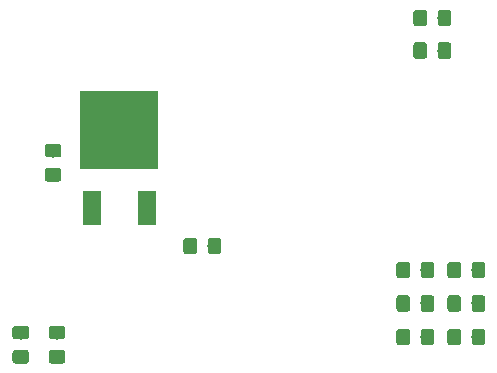
<source format=gtp>
G04 #@! TF.GenerationSoftware,KiCad,Pcbnew,(5.1.2)-2*
G04 #@! TF.CreationDate,2019-09-30T00:10:55+10:00*
G04 #@! TF.ProjectId,Smart_eNERF_Gun,536d6172-745f-4654-9e45-52465f47756e,6.2*
G04 #@! TF.SameCoordinates,Original*
G04 #@! TF.FileFunction,Paste,Top*
G04 #@! TF.FilePolarity,Positive*
%FSLAX46Y46*%
G04 Gerber Fmt 4.6, Leading zero omitted, Abs format (unit mm)*
G04 Created by KiCad (PCBNEW (5.1.2)-2) date 2019-09-30 00:10:55*
%MOMM*%
%LPD*%
G04 APERTURE LIST*
%ADD10R,6.700000X6.700000*%
%ADD11R,1.600000X3.000000*%
%ADD12C,0.100000*%
%ADD13C,1.150000*%
G04 APERTURE END LIST*
D10*
X65100000Y-82000000D03*
D11*
X62800000Y-88650000D03*
X67400000Y-88650000D03*
D12*
G36*
X59974505Y-83201204D02*
G01*
X59998773Y-83204804D01*
X60022572Y-83210765D01*
X60045671Y-83219030D01*
X60067850Y-83229520D01*
X60088893Y-83242132D01*
X60108599Y-83256747D01*
X60126777Y-83273223D01*
X60143253Y-83291401D01*
X60157868Y-83311107D01*
X60170480Y-83332150D01*
X60180970Y-83354329D01*
X60189235Y-83377428D01*
X60195196Y-83401227D01*
X60198796Y-83425495D01*
X60200000Y-83449999D01*
X60200000Y-84100001D01*
X60198796Y-84124505D01*
X60195196Y-84148773D01*
X60189235Y-84172572D01*
X60180970Y-84195671D01*
X60170480Y-84217850D01*
X60157868Y-84238893D01*
X60143253Y-84258599D01*
X60126777Y-84276777D01*
X60108599Y-84293253D01*
X60088893Y-84307868D01*
X60067850Y-84320480D01*
X60045671Y-84330970D01*
X60022572Y-84339235D01*
X59998773Y-84345196D01*
X59974505Y-84348796D01*
X59950001Y-84350000D01*
X59049999Y-84350000D01*
X59025495Y-84348796D01*
X59001227Y-84345196D01*
X58977428Y-84339235D01*
X58954329Y-84330970D01*
X58932150Y-84320480D01*
X58911107Y-84307868D01*
X58891401Y-84293253D01*
X58873223Y-84276777D01*
X58856747Y-84258599D01*
X58842132Y-84238893D01*
X58829520Y-84217850D01*
X58819030Y-84195671D01*
X58810765Y-84172572D01*
X58804804Y-84148773D01*
X58801204Y-84124505D01*
X58800000Y-84100001D01*
X58800000Y-83449999D01*
X58801204Y-83425495D01*
X58804804Y-83401227D01*
X58810765Y-83377428D01*
X58819030Y-83354329D01*
X58829520Y-83332150D01*
X58842132Y-83311107D01*
X58856747Y-83291401D01*
X58873223Y-83273223D01*
X58891401Y-83256747D01*
X58911107Y-83242132D01*
X58932150Y-83229520D01*
X58954329Y-83219030D01*
X58977428Y-83210765D01*
X59001227Y-83204804D01*
X59025495Y-83201204D01*
X59049999Y-83200000D01*
X59950001Y-83200000D01*
X59974505Y-83201204D01*
X59974505Y-83201204D01*
G37*
D13*
X59500000Y-83775000D03*
D12*
G36*
X59974505Y-85251204D02*
G01*
X59998773Y-85254804D01*
X60022572Y-85260765D01*
X60045671Y-85269030D01*
X60067850Y-85279520D01*
X60088893Y-85292132D01*
X60108599Y-85306747D01*
X60126777Y-85323223D01*
X60143253Y-85341401D01*
X60157868Y-85361107D01*
X60170480Y-85382150D01*
X60180970Y-85404329D01*
X60189235Y-85427428D01*
X60195196Y-85451227D01*
X60198796Y-85475495D01*
X60200000Y-85499999D01*
X60200000Y-86150001D01*
X60198796Y-86174505D01*
X60195196Y-86198773D01*
X60189235Y-86222572D01*
X60180970Y-86245671D01*
X60170480Y-86267850D01*
X60157868Y-86288893D01*
X60143253Y-86308599D01*
X60126777Y-86326777D01*
X60108599Y-86343253D01*
X60088893Y-86357868D01*
X60067850Y-86370480D01*
X60045671Y-86380970D01*
X60022572Y-86389235D01*
X59998773Y-86395196D01*
X59974505Y-86398796D01*
X59950001Y-86400000D01*
X59049999Y-86400000D01*
X59025495Y-86398796D01*
X59001227Y-86395196D01*
X58977428Y-86389235D01*
X58954329Y-86380970D01*
X58932150Y-86370480D01*
X58911107Y-86357868D01*
X58891401Y-86343253D01*
X58873223Y-86326777D01*
X58856747Y-86308599D01*
X58842132Y-86288893D01*
X58829520Y-86267850D01*
X58819030Y-86245671D01*
X58810765Y-86222572D01*
X58804804Y-86198773D01*
X58801204Y-86174505D01*
X58800000Y-86150001D01*
X58800000Y-85499999D01*
X58801204Y-85475495D01*
X58804804Y-85451227D01*
X58810765Y-85427428D01*
X58819030Y-85404329D01*
X58829520Y-85382150D01*
X58842132Y-85361107D01*
X58856747Y-85341401D01*
X58873223Y-85323223D01*
X58891401Y-85306747D01*
X58911107Y-85292132D01*
X58932150Y-85279520D01*
X58954329Y-85269030D01*
X58977428Y-85260765D01*
X59001227Y-85254804D01*
X59025495Y-85251204D01*
X59049999Y-85250000D01*
X59950001Y-85250000D01*
X59974505Y-85251204D01*
X59974505Y-85251204D01*
G37*
D13*
X59500000Y-85825000D03*
D12*
G36*
X73504505Y-91151204D02*
G01*
X73528773Y-91154804D01*
X73552572Y-91160765D01*
X73575671Y-91169030D01*
X73597850Y-91179520D01*
X73618893Y-91192132D01*
X73638599Y-91206747D01*
X73656777Y-91223223D01*
X73673253Y-91241401D01*
X73687868Y-91261107D01*
X73700480Y-91282150D01*
X73710970Y-91304329D01*
X73719235Y-91327428D01*
X73725196Y-91351227D01*
X73728796Y-91375495D01*
X73730000Y-91399999D01*
X73730000Y-92300001D01*
X73728796Y-92324505D01*
X73725196Y-92348773D01*
X73719235Y-92372572D01*
X73710970Y-92395671D01*
X73700480Y-92417850D01*
X73687868Y-92438893D01*
X73673253Y-92458599D01*
X73656777Y-92476777D01*
X73638599Y-92493253D01*
X73618893Y-92507868D01*
X73597850Y-92520480D01*
X73575671Y-92530970D01*
X73552572Y-92539235D01*
X73528773Y-92545196D01*
X73504505Y-92548796D01*
X73480001Y-92550000D01*
X72829999Y-92550000D01*
X72805495Y-92548796D01*
X72781227Y-92545196D01*
X72757428Y-92539235D01*
X72734329Y-92530970D01*
X72712150Y-92520480D01*
X72691107Y-92507868D01*
X72671401Y-92493253D01*
X72653223Y-92476777D01*
X72636747Y-92458599D01*
X72622132Y-92438893D01*
X72609520Y-92417850D01*
X72599030Y-92395671D01*
X72590765Y-92372572D01*
X72584804Y-92348773D01*
X72581204Y-92324505D01*
X72580000Y-92300001D01*
X72580000Y-91399999D01*
X72581204Y-91375495D01*
X72584804Y-91351227D01*
X72590765Y-91327428D01*
X72599030Y-91304329D01*
X72609520Y-91282150D01*
X72622132Y-91261107D01*
X72636747Y-91241401D01*
X72653223Y-91223223D01*
X72671401Y-91206747D01*
X72691107Y-91192132D01*
X72712150Y-91179520D01*
X72734329Y-91169030D01*
X72757428Y-91160765D01*
X72781227Y-91154804D01*
X72805495Y-91151204D01*
X72829999Y-91150000D01*
X73480001Y-91150000D01*
X73504505Y-91151204D01*
X73504505Y-91151204D01*
G37*
D13*
X73155000Y-91850000D03*
D12*
G36*
X71454505Y-91151204D02*
G01*
X71478773Y-91154804D01*
X71502572Y-91160765D01*
X71525671Y-91169030D01*
X71547850Y-91179520D01*
X71568893Y-91192132D01*
X71588599Y-91206747D01*
X71606777Y-91223223D01*
X71623253Y-91241401D01*
X71637868Y-91261107D01*
X71650480Y-91282150D01*
X71660970Y-91304329D01*
X71669235Y-91327428D01*
X71675196Y-91351227D01*
X71678796Y-91375495D01*
X71680000Y-91399999D01*
X71680000Y-92300001D01*
X71678796Y-92324505D01*
X71675196Y-92348773D01*
X71669235Y-92372572D01*
X71660970Y-92395671D01*
X71650480Y-92417850D01*
X71637868Y-92438893D01*
X71623253Y-92458599D01*
X71606777Y-92476777D01*
X71588599Y-92493253D01*
X71568893Y-92507868D01*
X71547850Y-92520480D01*
X71525671Y-92530970D01*
X71502572Y-92539235D01*
X71478773Y-92545196D01*
X71454505Y-92548796D01*
X71430001Y-92550000D01*
X70779999Y-92550000D01*
X70755495Y-92548796D01*
X70731227Y-92545196D01*
X70707428Y-92539235D01*
X70684329Y-92530970D01*
X70662150Y-92520480D01*
X70641107Y-92507868D01*
X70621401Y-92493253D01*
X70603223Y-92476777D01*
X70586747Y-92458599D01*
X70572132Y-92438893D01*
X70559520Y-92417850D01*
X70549030Y-92395671D01*
X70540765Y-92372572D01*
X70534804Y-92348773D01*
X70531204Y-92324505D01*
X70530000Y-92300001D01*
X70530000Y-91399999D01*
X70531204Y-91375495D01*
X70534804Y-91351227D01*
X70540765Y-91327428D01*
X70549030Y-91304329D01*
X70559520Y-91282150D01*
X70572132Y-91261107D01*
X70586747Y-91241401D01*
X70603223Y-91223223D01*
X70621401Y-91206747D01*
X70641107Y-91192132D01*
X70662150Y-91179520D01*
X70684329Y-91169030D01*
X70707428Y-91160765D01*
X70731227Y-91154804D01*
X70755495Y-91151204D01*
X70779999Y-91150000D01*
X71430001Y-91150000D01*
X71454505Y-91151204D01*
X71454505Y-91151204D01*
G37*
D13*
X71105000Y-91850000D03*
D12*
G36*
X93804505Y-93181204D02*
G01*
X93828773Y-93184804D01*
X93852572Y-93190765D01*
X93875671Y-93199030D01*
X93897850Y-93209520D01*
X93918893Y-93222132D01*
X93938599Y-93236747D01*
X93956777Y-93253223D01*
X93973253Y-93271401D01*
X93987868Y-93291107D01*
X94000480Y-93312150D01*
X94010970Y-93334329D01*
X94019235Y-93357428D01*
X94025196Y-93381227D01*
X94028796Y-93405495D01*
X94030000Y-93429999D01*
X94030000Y-94330001D01*
X94028796Y-94354505D01*
X94025196Y-94378773D01*
X94019235Y-94402572D01*
X94010970Y-94425671D01*
X94000480Y-94447850D01*
X93987868Y-94468893D01*
X93973253Y-94488599D01*
X93956777Y-94506777D01*
X93938599Y-94523253D01*
X93918893Y-94537868D01*
X93897850Y-94550480D01*
X93875671Y-94560970D01*
X93852572Y-94569235D01*
X93828773Y-94575196D01*
X93804505Y-94578796D01*
X93780001Y-94580000D01*
X93129999Y-94580000D01*
X93105495Y-94578796D01*
X93081227Y-94575196D01*
X93057428Y-94569235D01*
X93034329Y-94560970D01*
X93012150Y-94550480D01*
X92991107Y-94537868D01*
X92971401Y-94523253D01*
X92953223Y-94506777D01*
X92936747Y-94488599D01*
X92922132Y-94468893D01*
X92909520Y-94447850D01*
X92899030Y-94425671D01*
X92890765Y-94402572D01*
X92884804Y-94378773D01*
X92881204Y-94354505D01*
X92880000Y-94330001D01*
X92880000Y-93429999D01*
X92881204Y-93405495D01*
X92884804Y-93381227D01*
X92890765Y-93357428D01*
X92899030Y-93334329D01*
X92909520Y-93312150D01*
X92922132Y-93291107D01*
X92936747Y-93271401D01*
X92953223Y-93253223D01*
X92971401Y-93236747D01*
X92991107Y-93222132D01*
X93012150Y-93209520D01*
X93034329Y-93199030D01*
X93057428Y-93190765D01*
X93081227Y-93184804D01*
X93105495Y-93181204D01*
X93129999Y-93180000D01*
X93780001Y-93180000D01*
X93804505Y-93181204D01*
X93804505Y-93181204D01*
G37*
D13*
X93455000Y-93880000D03*
D12*
G36*
X95854505Y-93181204D02*
G01*
X95878773Y-93184804D01*
X95902572Y-93190765D01*
X95925671Y-93199030D01*
X95947850Y-93209520D01*
X95968893Y-93222132D01*
X95988599Y-93236747D01*
X96006777Y-93253223D01*
X96023253Y-93271401D01*
X96037868Y-93291107D01*
X96050480Y-93312150D01*
X96060970Y-93334329D01*
X96069235Y-93357428D01*
X96075196Y-93381227D01*
X96078796Y-93405495D01*
X96080000Y-93429999D01*
X96080000Y-94330001D01*
X96078796Y-94354505D01*
X96075196Y-94378773D01*
X96069235Y-94402572D01*
X96060970Y-94425671D01*
X96050480Y-94447850D01*
X96037868Y-94468893D01*
X96023253Y-94488599D01*
X96006777Y-94506777D01*
X95988599Y-94523253D01*
X95968893Y-94537868D01*
X95947850Y-94550480D01*
X95925671Y-94560970D01*
X95902572Y-94569235D01*
X95878773Y-94575196D01*
X95854505Y-94578796D01*
X95830001Y-94580000D01*
X95179999Y-94580000D01*
X95155495Y-94578796D01*
X95131227Y-94575196D01*
X95107428Y-94569235D01*
X95084329Y-94560970D01*
X95062150Y-94550480D01*
X95041107Y-94537868D01*
X95021401Y-94523253D01*
X95003223Y-94506777D01*
X94986747Y-94488599D01*
X94972132Y-94468893D01*
X94959520Y-94447850D01*
X94949030Y-94425671D01*
X94940765Y-94402572D01*
X94934804Y-94378773D01*
X94931204Y-94354505D01*
X94930000Y-94330001D01*
X94930000Y-93429999D01*
X94931204Y-93405495D01*
X94934804Y-93381227D01*
X94940765Y-93357428D01*
X94949030Y-93334329D01*
X94959520Y-93312150D01*
X94972132Y-93291107D01*
X94986747Y-93271401D01*
X95003223Y-93253223D01*
X95021401Y-93236747D01*
X95041107Y-93222132D01*
X95062150Y-93209520D01*
X95084329Y-93199030D01*
X95107428Y-93190765D01*
X95131227Y-93184804D01*
X95155495Y-93181204D01*
X95179999Y-93180000D01*
X95830001Y-93180000D01*
X95854505Y-93181204D01*
X95854505Y-93181204D01*
G37*
D13*
X95505000Y-93880000D03*
D12*
G36*
X93804505Y-98861204D02*
G01*
X93828773Y-98864804D01*
X93852572Y-98870765D01*
X93875671Y-98879030D01*
X93897850Y-98889520D01*
X93918893Y-98902132D01*
X93938599Y-98916747D01*
X93956777Y-98933223D01*
X93973253Y-98951401D01*
X93987868Y-98971107D01*
X94000480Y-98992150D01*
X94010970Y-99014329D01*
X94019235Y-99037428D01*
X94025196Y-99061227D01*
X94028796Y-99085495D01*
X94030000Y-99109999D01*
X94030000Y-100010001D01*
X94028796Y-100034505D01*
X94025196Y-100058773D01*
X94019235Y-100082572D01*
X94010970Y-100105671D01*
X94000480Y-100127850D01*
X93987868Y-100148893D01*
X93973253Y-100168599D01*
X93956777Y-100186777D01*
X93938599Y-100203253D01*
X93918893Y-100217868D01*
X93897850Y-100230480D01*
X93875671Y-100240970D01*
X93852572Y-100249235D01*
X93828773Y-100255196D01*
X93804505Y-100258796D01*
X93780001Y-100260000D01*
X93129999Y-100260000D01*
X93105495Y-100258796D01*
X93081227Y-100255196D01*
X93057428Y-100249235D01*
X93034329Y-100240970D01*
X93012150Y-100230480D01*
X92991107Y-100217868D01*
X92971401Y-100203253D01*
X92953223Y-100186777D01*
X92936747Y-100168599D01*
X92922132Y-100148893D01*
X92909520Y-100127850D01*
X92899030Y-100105671D01*
X92890765Y-100082572D01*
X92884804Y-100058773D01*
X92881204Y-100034505D01*
X92880000Y-100010001D01*
X92880000Y-99109999D01*
X92881204Y-99085495D01*
X92884804Y-99061227D01*
X92890765Y-99037428D01*
X92899030Y-99014329D01*
X92909520Y-98992150D01*
X92922132Y-98971107D01*
X92936747Y-98951401D01*
X92953223Y-98933223D01*
X92971401Y-98916747D01*
X92991107Y-98902132D01*
X93012150Y-98889520D01*
X93034329Y-98879030D01*
X93057428Y-98870765D01*
X93081227Y-98864804D01*
X93105495Y-98861204D01*
X93129999Y-98860000D01*
X93780001Y-98860000D01*
X93804505Y-98861204D01*
X93804505Y-98861204D01*
G37*
D13*
X93455000Y-99560000D03*
D12*
G36*
X95854505Y-98861204D02*
G01*
X95878773Y-98864804D01*
X95902572Y-98870765D01*
X95925671Y-98879030D01*
X95947850Y-98889520D01*
X95968893Y-98902132D01*
X95988599Y-98916747D01*
X96006777Y-98933223D01*
X96023253Y-98951401D01*
X96037868Y-98971107D01*
X96050480Y-98992150D01*
X96060970Y-99014329D01*
X96069235Y-99037428D01*
X96075196Y-99061227D01*
X96078796Y-99085495D01*
X96080000Y-99109999D01*
X96080000Y-100010001D01*
X96078796Y-100034505D01*
X96075196Y-100058773D01*
X96069235Y-100082572D01*
X96060970Y-100105671D01*
X96050480Y-100127850D01*
X96037868Y-100148893D01*
X96023253Y-100168599D01*
X96006777Y-100186777D01*
X95988599Y-100203253D01*
X95968893Y-100217868D01*
X95947850Y-100230480D01*
X95925671Y-100240970D01*
X95902572Y-100249235D01*
X95878773Y-100255196D01*
X95854505Y-100258796D01*
X95830001Y-100260000D01*
X95179999Y-100260000D01*
X95155495Y-100258796D01*
X95131227Y-100255196D01*
X95107428Y-100249235D01*
X95084329Y-100240970D01*
X95062150Y-100230480D01*
X95041107Y-100217868D01*
X95021401Y-100203253D01*
X95003223Y-100186777D01*
X94986747Y-100168599D01*
X94972132Y-100148893D01*
X94959520Y-100127850D01*
X94949030Y-100105671D01*
X94940765Y-100082572D01*
X94934804Y-100058773D01*
X94931204Y-100034505D01*
X94930000Y-100010001D01*
X94930000Y-99109999D01*
X94931204Y-99085495D01*
X94934804Y-99061227D01*
X94940765Y-99037428D01*
X94949030Y-99014329D01*
X94959520Y-98992150D01*
X94972132Y-98971107D01*
X94986747Y-98951401D01*
X95003223Y-98933223D01*
X95021401Y-98916747D01*
X95041107Y-98902132D01*
X95062150Y-98889520D01*
X95084329Y-98879030D01*
X95107428Y-98870765D01*
X95131227Y-98864804D01*
X95155495Y-98861204D01*
X95179999Y-98860000D01*
X95830001Y-98860000D01*
X95854505Y-98861204D01*
X95854505Y-98861204D01*
G37*
D13*
X95505000Y-99560000D03*
D12*
G36*
X93804505Y-96021204D02*
G01*
X93828773Y-96024804D01*
X93852572Y-96030765D01*
X93875671Y-96039030D01*
X93897850Y-96049520D01*
X93918893Y-96062132D01*
X93938599Y-96076747D01*
X93956777Y-96093223D01*
X93973253Y-96111401D01*
X93987868Y-96131107D01*
X94000480Y-96152150D01*
X94010970Y-96174329D01*
X94019235Y-96197428D01*
X94025196Y-96221227D01*
X94028796Y-96245495D01*
X94030000Y-96269999D01*
X94030000Y-97170001D01*
X94028796Y-97194505D01*
X94025196Y-97218773D01*
X94019235Y-97242572D01*
X94010970Y-97265671D01*
X94000480Y-97287850D01*
X93987868Y-97308893D01*
X93973253Y-97328599D01*
X93956777Y-97346777D01*
X93938599Y-97363253D01*
X93918893Y-97377868D01*
X93897850Y-97390480D01*
X93875671Y-97400970D01*
X93852572Y-97409235D01*
X93828773Y-97415196D01*
X93804505Y-97418796D01*
X93780001Y-97420000D01*
X93129999Y-97420000D01*
X93105495Y-97418796D01*
X93081227Y-97415196D01*
X93057428Y-97409235D01*
X93034329Y-97400970D01*
X93012150Y-97390480D01*
X92991107Y-97377868D01*
X92971401Y-97363253D01*
X92953223Y-97346777D01*
X92936747Y-97328599D01*
X92922132Y-97308893D01*
X92909520Y-97287850D01*
X92899030Y-97265671D01*
X92890765Y-97242572D01*
X92884804Y-97218773D01*
X92881204Y-97194505D01*
X92880000Y-97170001D01*
X92880000Y-96269999D01*
X92881204Y-96245495D01*
X92884804Y-96221227D01*
X92890765Y-96197428D01*
X92899030Y-96174329D01*
X92909520Y-96152150D01*
X92922132Y-96131107D01*
X92936747Y-96111401D01*
X92953223Y-96093223D01*
X92971401Y-96076747D01*
X92991107Y-96062132D01*
X93012150Y-96049520D01*
X93034329Y-96039030D01*
X93057428Y-96030765D01*
X93081227Y-96024804D01*
X93105495Y-96021204D01*
X93129999Y-96020000D01*
X93780001Y-96020000D01*
X93804505Y-96021204D01*
X93804505Y-96021204D01*
G37*
D13*
X93455000Y-96720000D03*
D12*
G36*
X95854505Y-96021204D02*
G01*
X95878773Y-96024804D01*
X95902572Y-96030765D01*
X95925671Y-96039030D01*
X95947850Y-96049520D01*
X95968893Y-96062132D01*
X95988599Y-96076747D01*
X96006777Y-96093223D01*
X96023253Y-96111401D01*
X96037868Y-96131107D01*
X96050480Y-96152150D01*
X96060970Y-96174329D01*
X96069235Y-96197428D01*
X96075196Y-96221227D01*
X96078796Y-96245495D01*
X96080000Y-96269999D01*
X96080000Y-97170001D01*
X96078796Y-97194505D01*
X96075196Y-97218773D01*
X96069235Y-97242572D01*
X96060970Y-97265671D01*
X96050480Y-97287850D01*
X96037868Y-97308893D01*
X96023253Y-97328599D01*
X96006777Y-97346777D01*
X95988599Y-97363253D01*
X95968893Y-97377868D01*
X95947850Y-97390480D01*
X95925671Y-97400970D01*
X95902572Y-97409235D01*
X95878773Y-97415196D01*
X95854505Y-97418796D01*
X95830001Y-97420000D01*
X95179999Y-97420000D01*
X95155495Y-97418796D01*
X95131227Y-97415196D01*
X95107428Y-97409235D01*
X95084329Y-97400970D01*
X95062150Y-97390480D01*
X95041107Y-97377868D01*
X95021401Y-97363253D01*
X95003223Y-97346777D01*
X94986747Y-97328599D01*
X94972132Y-97308893D01*
X94959520Y-97287850D01*
X94949030Y-97265671D01*
X94940765Y-97242572D01*
X94934804Y-97218773D01*
X94931204Y-97194505D01*
X94930000Y-97170001D01*
X94930000Y-96269999D01*
X94931204Y-96245495D01*
X94934804Y-96221227D01*
X94940765Y-96197428D01*
X94949030Y-96174329D01*
X94959520Y-96152150D01*
X94972132Y-96131107D01*
X94986747Y-96111401D01*
X95003223Y-96093223D01*
X95021401Y-96076747D01*
X95041107Y-96062132D01*
X95062150Y-96049520D01*
X95084329Y-96039030D01*
X95107428Y-96030765D01*
X95131227Y-96024804D01*
X95155495Y-96021204D01*
X95179999Y-96020000D01*
X95830001Y-96020000D01*
X95854505Y-96021204D01*
X95854505Y-96021204D01*
G37*
D13*
X95505000Y-96720000D03*
D12*
G36*
X89486505Y-93181204D02*
G01*
X89510773Y-93184804D01*
X89534572Y-93190765D01*
X89557671Y-93199030D01*
X89579850Y-93209520D01*
X89600893Y-93222132D01*
X89620599Y-93236747D01*
X89638777Y-93253223D01*
X89655253Y-93271401D01*
X89669868Y-93291107D01*
X89682480Y-93312150D01*
X89692970Y-93334329D01*
X89701235Y-93357428D01*
X89707196Y-93381227D01*
X89710796Y-93405495D01*
X89712000Y-93429999D01*
X89712000Y-94330001D01*
X89710796Y-94354505D01*
X89707196Y-94378773D01*
X89701235Y-94402572D01*
X89692970Y-94425671D01*
X89682480Y-94447850D01*
X89669868Y-94468893D01*
X89655253Y-94488599D01*
X89638777Y-94506777D01*
X89620599Y-94523253D01*
X89600893Y-94537868D01*
X89579850Y-94550480D01*
X89557671Y-94560970D01*
X89534572Y-94569235D01*
X89510773Y-94575196D01*
X89486505Y-94578796D01*
X89462001Y-94580000D01*
X88811999Y-94580000D01*
X88787495Y-94578796D01*
X88763227Y-94575196D01*
X88739428Y-94569235D01*
X88716329Y-94560970D01*
X88694150Y-94550480D01*
X88673107Y-94537868D01*
X88653401Y-94523253D01*
X88635223Y-94506777D01*
X88618747Y-94488599D01*
X88604132Y-94468893D01*
X88591520Y-94447850D01*
X88581030Y-94425671D01*
X88572765Y-94402572D01*
X88566804Y-94378773D01*
X88563204Y-94354505D01*
X88562000Y-94330001D01*
X88562000Y-93429999D01*
X88563204Y-93405495D01*
X88566804Y-93381227D01*
X88572765Y-93357428D01*
X88581030Y-93334329D01*
X88591520Y-93312150D01*
X88604132Y-93291107D01*
X88618747Y-93271401D01*
X88635223Y-93253223D01*
X88653401Y-93236747D01*
X88673107Y-93222132D01*
X88694150Y-93209520D01*
X88716329Y-93199030D01*
X88739428Y-93190765D01*
X88763227Y-93184804D01*
X88787495Y-93181204D01*
X88811999Y-93180000D01*
X89462001Y-93180000D01*
X89486505Y-93181204D01*
X89486505Y-93181204D01*
G37*
D13*
X89137000Y-93880000D03*
D12*
G36*
X91536505Y-93181204D02*
G01*
X91560773Y-93184804D01*
X91584572Y-93190765D01*
X91607671Y-93199030D01*
X91629850Y-93209520D01*
X91650893Y-93222132D01*
X91670599Y-93236747D01*
X91688777Y-93253223D01*
X91705253Y-93271401D01*
X91719868Y-93291107D01*
X91732480Y-93312150D01*
X91742970Y-93334329D01*
X91751235Y-93357428D01*
X91757196Y-93381227D01*
X91760796Y-93405495D01*
X91762000Y-93429999D01*
X91762000Y-94330001D01*
X91760796Y-94354505D01*
X91757196Y-94378773D01*
X91751235Y-94402572D01*
X91742970Y-94425671D01*
X91732480Y-94447850D01*
X91719868Y-94468893D01*
X91705253Y-94488599D01*
X91688777Y-94506777D01*
X91670599Y-94523253D01*
X91650893Y-94537868D01*
X91629850Y-94550480D01*
X91607671Y-94560970D01*
X91584572Y-94569235D01*
X91560773Y-94575196D01*
X91536505Y-94578796D01*
X91512001Y-94580000D01*
X90861999Y-94580000D01*
X90837495Y-94578796D01*
X90813227Y-94575196D01*
X90789428Y-94569235D01*
X90766329Y-94560970D01*
X90744150Y-94550480D01*
X90723107Y-94537868D01*
X90703401Y-94523253D01*
X90685223Y-94506777D01*
X90668747Y-94488599D01*
X90654132Y-94468893D01*
X90641520Y-94447850D01*
X90631030Y-94425671D01*
X90622765Y-94402572D01*
X90616804Y-94378773D01*
X90613204Y-94354505D01*
X90612000Y-94330001D01*
X90612000Y-93429999D01*
X90613204Y-93405495D01*
X90616804Y-93381227D01*
X90622765Y-93357428D01*
X90631030Y-93334329D01*
X90641520Y-93312150D01*
X90654132Y-93291107D01*
X90668747Y-93271401D01*
X90685223Y-93253223D01*
X90703401Y-93236747D01*
X90723107Y-93222132D01*
X90744150Y-93209520D01*
X90766329Y-93199030D01*
X90789428Y-93190765D01*
X90813227Y-93184804D01*
X90837495Y-93181204D01*
X90861999Y-93180000D01*
X91512001Y-93180000D01*
X91536505Y-93181204D01*
X91536505Y-93181204D01*
G37*
D13*
X91187000Y-93880000D03*
D12*
G36*
X89486505Y-98861204D02*
G01*
X89510773Y-98864804D01*
X89534572Y-98870765D01*
X89557671Y-98879030D01*
X89579850Y-98889520D01*
X89600893Y-98902132D01*
X89620599Y-98916747D01*
X89638777Y-98933223D01*
X89655253Y-98951401D01*
X89669868Y-98971107D01*
X89682480Y-98992150D01*
X89692970Y-99014329D01*
X89701235Y-99037428D01*
X89707196Y-99061227D01*
X89710796Y-99085495D01*
X89712000Y-99109999D01*
X89712000Y-100010001D01*
X89710796Y-100034505D01*
X89707196Y-100058773D01*
X89701235Y-100082572D01*
X89692970Y-100105671D01*
X89682480Y-100127850D01*
X89669868Y-100148893D01*
X89655253Y-100168599D01*
X89638777Y-100186777D01*
X89620599Y-100203253D01*
X89600893Y-100217868D01*
X89579850Y-100230480D01*
X89557671Y-100240970D01*
X89534572Y-100249235D01*
X89510773Y-100255196D01*
X89486505Y-100258796D01*
X89462001Y-100260000D01*
X88811999Y-100260000D01*
X88787495Y-100258796D01*
X88763227Y-100255196D01*
X88739428Y-100249235D01*
X88716329Y-100240970D01*
X88694150Y-100230480D01*
X88673107Y-100217868D01*
X88653401Y-100203253D01*
X88635223Y-100186777D01*
X88618747Y-100168599D01*
X88604132Y-100148893D01*
X88591520Y-100127850D01*
X88581030Y-100105671D01*
X88572765Y-100082572D01*
X88566804Y-100058773D01*
X88563204Y-100034505D01*
X88562000Y-100010001D01*
X88562000Y-99109999D01*
X88563204Y-99085495D01*
X88566804Y-99061227D01*
X88572765Y-99037428D01*
X88581030Y-99014329D01*
X88591520Y-98992150D01*
X88604132Y-98971107D01*
X88618747Y-98951401D01*
X88635223Y-98933223D01*
X88653401Y-98916747D01*
X88673107Y-98902132D01*
X88694150Y-98889520D01*
X88716329Y-98879030D01*
X88739428Y-98870765D01*
X88763227Y-98864804D01*
X88787495Y-98861204D01*
X88811999Y-98860000D01*
X89462001Y-98860000D01*
X89486505Y-98861204D01*
X89486505Y-98861204D01*
G37*
D13*
X89137000Y-99560000D03*
D12*
G36*
X91536505Y-98861204D02*
G01*
X91560773Y-98864804D01*
X91584572Y-98870765D01*
X91607671Y-98879030D01*
X91629850Y-98889520D01*
X91650893Y-98902132D01*
X91670599Y-98916747D01*
X91688777Y-98933223D01*
X91705253Y-98951401D01*
X91719868Y-98971107D01*
X91732480Y-98992150D01*
X91742970Y-99014329D01*
X91751235Y-99037428D01*
X91757196Y-99061227D01*
X91760796Y-99085495D01*
X91762000Y-99109999D01*
X91762000Y-100010001D01*
X91760796Y-100034505D01*
X91757196Y-100058773D01*
X91751235Y-100082572D01*
X91742970Y-100105671D01*
X91732480Y-100127850D01*
X91719868Y-100148893D01*
X91705253Y-100168599D01*
X91688777Y-100186777D01*
X91670599Y-100203253D01*
X91650893Y-100217868D01*
X91629850Y-100230480D01*
X91607671Y-100240970D01*
X91584572Y-100249235D01*
X91560773Y-100255196D01*
X91536505Y-100258796D01*
X91512001Y-100260000D01*
X90861999Y-100260000D01*
X90837495Y-100258796D01*
X90813227Y-100255196D01*
X90789428Y-100249235D01*
X90766329Y-100240970D01*
X90744150Y-100230480D01*
X90723107Y-100217868D01*
X90703401Y-100203253D01*
X90685223Y-100186777D01*
X90668747Y-100168599D01*
X90654132Y-100148893D01*
X90641520Y-100127850D01*
X90631030Y-100105671D01*
X90622765Y-100082572D01*
X90616804Y-100058773D01*
X90613204Y-100034505D01*
X90612000Y-100010001D01*
X90612000Y-99109999D01*
X90613204Y-99085495D01*
X90616804Y-99061227D01*
X90622765Y-99037428D01*
X90631030Y-99014329D01*
X90641520Y-98992150D01*
X90654132Y-98971107D01*
X90668747Y-98951401D01*
X90685223Y-98933223D01*
X90703401Y-98916747D01*
X90723107Y-98902132D01*
X90744150Y-98889520D01*
X90766329Y-98879030D01*
X90789428Y-98870765D01*
X90813227Y-98864804D01*
X90837495Y-98861204D01*
X90861999Y-98860000D01*
X91512001Y-98860000D01*
X91536505Y-98861204D01*
X91536505Y-98861204D01*
G37*
D13*
X91187000Y-99560000D03*
D12*
G36*
X89486505Y-96021204D02*
G01*
X89510773Y-96024804D01*
X89534572Y-96030765D01*
X89557671Y-96039030D01*
X89579850Y-96049520D01*
X89600893Y-96062132D01*
X89620599Y-96076747D01*
X89638777Y-96093223D01*
X89655253Y-96111401D01*
X89669868Y-96131107D01*
X89682480Y-96152150D01*
X89692970Y-96174329D01*
X89701235Y-96197428D01*
X89707196Y-96221227D01*
X89710796Y-96245495D01*
X89712000Y-96269999D01*
X89712000Y-97170001D01*
X89710796Y-97194505D01*
X89707196Y-97218773D01*
X89701235Y-97242572D01*
X89692970Y-97265671D01*
X89682480Y-97287850D01*
X89669868Y-97308893D01*
X89655253Y-97328599D01*
X89638777Y-97346777D01*
X89620599Y-97363253D01*
X89600893Y-97377868D01*
X89579850Y-97390480D01*
X89557671Y-97400970D01*
X89534572Y-97409235D01*
X89510773Y-97415196D01*
X89486505Y-97418796D01*
X89462001Y-97420000D01*
X88811999Y-97420000D01*
X88787495Y-97418796D01*
X88763227Y-97415196D01*
X88739428Y-97409235D01*
X88716329Y-97400970D01*
X88694150Y-97390480D01*
X88673107Y-97377868D01*
X88653401Y-97363253D01*
X88635223Y-97346777D01*
X88618747Y-97328599D01*
X88604132Y-97308893D01*
X88591520Y-97287850D01*
X88581030Y-97265671D01*
X88572765Y-97242572D01*
X88566804Y-97218773D01*
X88563204Y-97194505D01*
X88562000Y-97170001D01*
X88562000Y-96269999D01*
X88563204Y-96245495D01*
X88566804Y-96221227D01*
X88572765Y-96197428D01*
X88581030Y-96174329D01*
X88591520Y-96152150D01*
X88604132Y-96131107D01*
X88618747Y-96111401D01*
X88635223Y-96093223D01*
X88653401Y-96076747D01*
X88673107Y-96062132D01*
X88694150Y-96049520D01*
X88716329Y-96039030D01*
X88739428Y-96030765D01*
X88763227Y-96024804D01*
X88787495Y-96021204D01*
X88811999Y-96020000D01*
X89462001Y-96020000D01*
X89486505Y-96021204D01*
X89486505Y-96021204D01*
G37*
D13*
X89137000Y-96720000D03*
D12*
G36*
X91536505Y-96021204D02*
G01*
X91560773Y-96024804D01*
X91584572Y-96030765D01*
X91607671Y-96039030D01*
X91629850Y-96049520D01*
X91650893Y-96062132D01*
X91670599Y-96076747D01*
X91688777Y-96093223D01*
X91705253Y-96111401D01*
X91719868Y-96131107D01*
X91732480Y-96152150D01*
X91742970Y-96174329D01*
X91751235Y-96197428D01*
X91757196Y-96221227D01*
X91760796Y-96245495D01*
X91762000Y-96269999D01*
X91762000Y-97170001D01*
X91760796Y-97194505D01*
X91757196Y-97218773D01*
X91751235Y-97242572D01*
X91742970Y-97265671D01*
X91732480Y-97287850D01*
X91719868Y-97308893D01*
X91705253Y-97328599D01*
X91688777Y-97346777D01*
X91670599Y-97363253D01*
X91650893Y-97377868D01*
X91629850Y-97390480D01*
X91607671Y-97400970D01*
X91584572Y-97409235D01*
X91560773Y-97415196D01*
X91536505Y-97418796D01*
X91512001Y-97420000D01*
X90861999Y-97420000D01*
X90837495Y-97418796D01*
X90813227Y-97415196D01*
X90789428Y-97409235D01*
X90766329Y-97400970D01*
X90744150Y-97390480D01*
X90723107Y-97377868D01*
X90703401Y-97363253D01*
X90685223Y-97346777D01*
X90668747Y-97328599D01*
X90654132Y-97308893D01*
X90641520Y-97287850D01*
X90631030Y-97265671D01*
X90622765Y-97242572D01*
X90616804Y-97218773D01*
X90613204Y-97194505D01*
X90612000Y-97170001D01*
X90612000Y-96269999D01*
X90613204Y-96245495D01*
X90616804Y-96221227D01*
X90622765Y-96197428D01*
X90631030Y-96174329D01*
X90641520Y-96152150D01*
X90654132Y-96131107D01*
X90668747Y-96111401D01*
X90685223Y-96093223D01*
X90703401Y-96076747D01*
X90723107Y-96062132D01*
X90744150Y-96049520D01*
X90766329Y-96039030D01*
X90789428Y-96030765D01*
X90813227Y-96024804D01*
X90837495Y-96021204D01*
X90861999Y-96020000D01*
X91512001Y-96020000D01*
X91536505Y-96021204D01*
X91536505Y-96021204D01*
G37*
D13*
X91187000Y-96720000D03*
D12*
G36*
X60291505Y-100654204D02*
G01*
X60315773Y-100657804D01*
X60339572Y-100663765D01*
X60362671Y-100672030D01*
X60384850Y-100682520D01*
X60405893Y-100695132D01*
X60425599Y-100709747D01*
X60443777Y-100726223D01*
X60460253Y-100744401D01*
X60474868Y-100764107D01*
X60487480Y-100785150D01*
X60497970Y-100807329D01*
X60506235Y-100830428D01*
X60512196Y-100854227D01*
X60515796Y-100878495D01*
X60517000Y-100902999D01*
X60517000Y-101553001D01*
X60515796Y-101577505D01*
X60512196Y-101601773D01*
X60506235Y-101625572D01*
X60497970Y-101648671D01*
X60487480Y-101670850D01*
X60474868Y-101691893D01*
X60460253Y-101711599D01*
X60443777Y-101729777D01*
X60425599Y-101746253D01*
X60405893Y-101760868D01*
X60384850Y-101773480D01*
X60362671Y-101783970D01*
X60339572Y-101792235D01*
X60315773Y-101798196D01*
X60291505Y-101801796D01*
X60267001Y-101803000D01*
X59366999Y-101803000D01*
X59342495Y-101801796D01*
X59318227Y-101798196D01*
X59294428Y-101792235D01*
X59271329Y-101783970D01*
X59249150Y-101773480D01*
X59228107Y-101760868D01*
X59208401Y-101746253D01*
X59190223Y-101729777D01*
X59173747Y-101711599D01*
X59159132Y-101691893D01*
X59146520Y-101670850D01*
X59136030Y-101648671D01*
X59127765Y-101625572D01*
X59121804Y-101601773D01*
X59118204Y-101577505D01*
X59117000Y-101553001D01*
X59117000Y-100902999D01*
X59118204Y-100878495D01*
X59121804Y-100854227D01*
X59127765Y-100830428D01*
X59136030Y-100807329D01*
X59146520Y-100785150D01*
X59159132Y-100764107D01*
X59173747Y-100744401D01*
X59190223Y-100726223D01*
X59208401Y-100709747D01*
X59228107Y-100695132D01*
X59249150Y-100682520D01*
X59271329Y-100672030D01*
X59294428Y-100663765D01*
X59318227Y-100657804D01*
X59342495Y-100654204D01*
X59366999Y-100653000D01*
X60267001Y-100653000D01*
X60291505Y-100654204D01*
X60291505Y-100654204D01*
G37*
D13*
X59817000Y-101228000D03*
D12*
G36*
X60291505Y-98604204D02*
G01*
X60315773Y-98607804D01*
X60339572Y-98613765D01*
X60362671Y-98622030D01*
X60384850Y-98632520D01*
X60405893Y-98645132D01*
X60425599Y-98659747D01*
X60443777Y-98676223D01*
X60460253Y-98694401D01*
X60474868Y-98714107D01*
X60487480Y-98735150D01*
X60497970Y-98757329D01*
X60506235Y-98780428D01*
X60512196Y-98804227D01*
X60515796Y-98828495D01*
X60517000Y-98852999D01*
X60517000Y-99503001D01*
X60515796Y-99527505D01*
X60512196Y-99551773D01*
X60506235Y-99575572D01*
X60497970Y-99598671D01*
X60487480Y-99620850D01*
X60474868Y-99641893D01*
X60460253Y-99661599D01*
X60443777Y-99679777D01*
X60425599Y-99696253D01*
X60405893Y-99710868D01*
X60384850Y-99723480D01*
X60362671Y-99733970D01*
X60339572Y-99742235D01*
X60315773Y-99748196D01*
X60291505Y-99751796D01*
X60267001Y-99753000D01*
X59366999Y-99753000D01*
X59342495Y-99751796D01*
X59318227Y-99748196D01*
X59294428Y-99742235D01*
X59271329Y-99733970D01*
X59249150Y-99723480D01*
X59228107Y-99710868D01*
X59208401Y-99696253D01*
X59190223Y-99679777D01*
X59173747Y-99661599D01*
X59159132Y-99641893D01*
X59146520Y-99620850D01*
X59136030Y-99598671D01*
X59127765Y-99575572D01*
X59121804Y-99551773D01*
X59118204Y-99527505D01*
X59117000Y-99503001D01*
X59117000Y-98852999D01*
X59118204Y-98828495D01*
X59121804Y-98804227D01*
X59127765Y-98780428D01*
X59136030Y-98757329D01*
X59146520Y-98735150D01*
X59159132Y-98714107D01*
X59173747Y-98694401D01*
X59190223Y-98676223D01*
X59208401Y-98659747D01*
X59228107Y-98645132D01*
X59249150Y-98632520D01*
X59271329Y-98622030D01*
X59294428Y-98613765D01*
X59318227Y-98607804D01*
X59342495Y-98604204D01*
X59366999Y-98603000D01*
X60267001Y-98603000D01*
X60291505Y-98604204D01*
X60291505Y-98604204D01*
G37*
D13*
X59817000Y-99178000D03*
D12*
G36*
X57224505Y-100654204D02*
G01*
X57248773Y-100657804D01*
X57272572Y-100663765D01*
X57295671Y-100672030D01*
X57317850Y-100682520D01*
X57338893Y-100695132D01*
X57358599Y-100709747D01*
X57376777Y-100726223D01*
X57393253Y-100744401D01*
X57407868Y-100764107D01*
X57420480Y-100785150D01*
X57430970Y-100807329D01*
X57439235Y-100830428D01*
X57445196Y-100854227D01*
X57448796Y-100878495D01*
X57450000Y-100902999D01*
X57450000Y-101553001D01*
X57448796Y-101577505D01*
X57445196Y-101601773D01*
X57439235Y-101625572D01*
X57430970Y-101648671D01*
X57420480Y-101670850D01*
X57407868Y-101691893D01*
X57393253Y-101711599D01*
X57376777Y-101729777D01*
X57358599Y-101746253D01*
X57338893Y-101760868D01*
X57317850Y-101773480D01*
X57295671Y-101783970D01*
X57272572Y-101792235D01*
X57248773Y-101798196D01*
X57224505Y-101801796D01*
X57200001Y-101803000D01*
X56299999Y-101803000D01*
X56275495Y-101801796D01*
X56251227Y-101798196D01*
X56227428Y-101792235D01*
X56204329Y-101783970D01*
X56182150Y-101773480D01*
X56161107Y-101760868D01*
X56141401Y-101746253D01*
X56123223Y-101729777D01*
X56106747Y-101711599D01*
X56092132Y-101691893D01*
X56079520Y-101670850D01*
X56069030Y-101648671D01*
X56060765Y-101625572D01*
X56054804Y-101601773D01*
X56051204Y-101577505D01*
X56050000Y-101553001D01*
X56050000Y-100902999D01*
X56051204Y-100878495D01*
X56054804Y-100854227D01*
X56060765Y-100830428D01*
X56069030Y-100807329D01*
X56079520Y-100785150D01*
X56092132Y-100764107D01*
X56106747Y-100744401D01*
X56123223Y-100726223D01*
X56141401Y-100709747D01*
X56161107Y-100695132D01*
X56182150Y-100682520D01*
X56204329Y-100672030D01*
X56227428Y-100663765D01*
X56251227Y-100657804D01*
X56275495Y-100654204D01*
X56299999Y-100653000D01*
X57200001Y-100653000D01*
X57224505Y-100654204D01*
X57224505Y-100654204D01*
G37*
D13*
X56750000Y-101228000D03*
D12*
G36*
X57224505Y-98604204D02*
G01*
X57248773Y-98607804D01*
X57272572Y-98613765D01*
X57295671Y-98622030D01*
X57317850Y-98632520D01*
X57338893Y-98645132D01*
X57358599Y-98659747D01*
X57376777Y-98676223D01*
X57393253Y-98694401D01*
X57407868Y-98714107D01*
X57420480Y-98735150D01*
X57430970Y-98757329D01*
X57439235Y-98780428D01*
X57445196Y-98804227D01*
X57448796Y-98828495D01*
X57450000Y-98852999D01*
X57450000Y-99503001D01*
X57448796Y-99527505D01*
X57445196Y-99551773D01*
X57439235Y-99575572D01*
X57430970Y-99598671D01*
X57420480Y-99620850D01*
X57407868Y-99641893D01*
X57393253Y-99661599D01*
X57376777Y-99679777D01*
X57358599Y-99696253D01*
X57338893Y-99710868D01*
X57317850Y-99723480D01*
X57295671Y-99733970D01*
X57272572Y-99742235D01*
X57248773Y-99748196D01*
X57224505Y-99751796D01*
X57200001Y-99753000D01*
X56299999Y-99753000D01*
X56275495Y-99751796D01*
X56251227Y-99748196D01*
X56227428Y-99742235D01*
X56204329Y-99733970D01*
X56182150Y-99723480D01*
X56161107Y-99710868D01*
X56141401Y-99696253D01*
X56123223Y-99679777D01*
X56106747Y-99661599D01*
X56092132Y-99641893D01*
X56079520Y-99620850D01*
X56069030Y-99598671D01*
X56060765Y-99575572D01*
X56054804Y-99551773D01*
X56051204Y-99527505D01*
X56050000Y-99503001D01*
X56050000Y-98852999D01*
X56051204Y-98828495D01*
X56054804Y-98804227D01*
X56060765Y-98780428D01*
X56069030Y-98757329D01*
X56079520Y-98735150D01*
X56092132Y-98714107D01*
X56106747Y-98694401D01*
X56123223Y-98676223D01*
X56141401Y-98659747D01*
X56161107Y-98645132D01*
X56182150Y-98632520D01*
X56204329Y-98622030D01*
X56227428Y-98613765D01*
X56251227Y-98607804D01*
X56275495Y-98604204D01*
X56299999Y-98603000D01*
X57200001Y-98603000D01*
X57224505Y-98604204D01*
X57224505Y-98604204D01*
G37*
D13*
X56750000Y-99178000D03*
D12*
G36*
X90924505Y-71851204D02*
G01*
X90948773Y-71854804D01*
X90972572Y-71860765D01*
X90995671Y-71869030D01*
X91017850Y-71879520D01*
X91038893Y-71892132D01*
X91058599Y-71906747D01*
X91076777Y-71923223D01*
X91093253Y-71941401D01*
X91107868Y-71961107D01*
X91120480Y-71982150D01*
X91130970Y-72004329D01*
X91139235Y-72027428D01*
X91145196Y-72051227D01*
X91148796Y-72075495D01*
X91150000Y-72099999D01*
X91150000Y-73000001D01*
X91148796Y-73024505D01*
X91145196Y-73048773D01*
X91139235Y-73072572D01*
X91130970Y-73095671D01*
X91120480Y-73117850D01*
X91107868Y-73138893D01*
X91093253Y-73158599D01*
X91076777Y-73176777D01*
X91058599Y-73193253D01*
X91038893Y-73207868D01*
X91017850Y-73220480D01*
X90995671Y-73230970D01*
X90972572Y-73239235D01*
X90948773Y-73245196D01*
X90924505Y-73248796D01*
X90900001Y-73250000D01*
X90249999Y-73250000D01*
X90225495Y-73248796D01*
X90201227Y-73245196D01*
X90177428Y-73239235D01*
X90154329Y-73230970D01*
X90132150Y-73220480D01*
X90111107Y-73207868D01*
X90091401Y-73193253D01*
X90073223Y-73176777D01*
X90056747Y-73158599D01*
X90042132Y-73138893D01*
X90029520Y-73117850D01*
X90019030Y-73095671D01*
X90010765Y-73072572D01*
X90004804Y-73048773D01*
X90001204Y-73024505D01*
X90000000Y-73000001D01*
X90000000Y-72099999D01*
X90001204Y-72075495D01*
X90004804Y-72051227D01*
X90010765Y-72027428D01*
X90019030Y-72004329D01*
X90029520Y-71982150D01*
X90042132Y-71961107D01*
X90056747Y-71941401D01*
X90073223Y-71923223D01*
X90091401Y-71906747D01*
X90111107Y-71892132D01*
X90132150Y-71879520D01*
X90154329Y-71869030D01*
X90177428Y-71860765D01*
X90201227Y-71854804D01*
X90225495Y-71851204D01*
X90249999Y-71850000D01*
X90900001Y-71850000D01*
X90924505Y-71851204D01*
X90924505Y-71851204D01*
G37*
D13*
X90575000Y-72550000D03*
D12*
G36*
X92974505Y-71851204D02*
G01*
X92998773Y-71854804D01*
X93022572Y-71860765D01*
X93045671Y-71869030D01*
X93067850Y-71879520D01*
X93088893Y-71892132D01*
X93108599Y-71906747D01*
X93126777Y-71923223D01*
X93143253Y-71941401D01*
X93157868Y-71961107D01*
X93170480Y-71982150D01*
X93180970Y-72004329D01*
X93189235Y-72027428D01*
X93195196Y-72051227D01*
X93198796Y-72075495D01*
X93200000Y-72099999D01*
X93200000Y-73000001D01*
X93198796Y-73024505D01*
X93195196Y-73048773D01*
X93189235Y-73072572D01*
X93180970Y-73095671D01*
X93170480Y-73117850D01*
X93157868Y-73138893D01*
X93143253Y-73158599D01*
X93126777Y-73176777D01*
X93108599Y-73193253D01*
X93088893Y-73207868D01*
X93067850Y-73220480D01*
X93045671Y-73230970D01*
X93022572Y-73239235D01*
X92998773Y-73245196D01*
X92974505Y-73248796D01*
X92950001Y-73250000D01*
X92299999Y-73250000D01*
X92275495Y-73248796D01*
X92251227Y-73245196D01*
X92227428Y-73239235D01*
X92204329Y-73230970D01*
X92182150Y-73220480D01*
X92161107Y-73207868D01*
X92141401Y-73193253D01*
X92123223Y-73176777D01*
X92106747Y-73158599D01*
X92092132Y-73138893D01*
X92079520Y-73117850D01*
X92069030Y-73095671D01*
X92060765Y-73072572D01*
X92054804Y-73048773D01*
X92051204Y-73024505D01*
X92050000Y-73000001D01*
X92050000Y-72099999D01*
X92051204Y-72075495D01*
X92054804Y-72051227D01*
X92060765Y-72027428D01*
X92069030Y-72004329D01*
X92079520Y-71982150D01*
X92092132Y-71961107D01*
X92106747Y-71941401D01*
X92123223Y-71923223D01*
X92141401Y-71906747D01*
X92161107Y-71892132D01*
X92182150Y-71879520D01*
X92204329Y-71869030D01*
X92227428Y-71860765D01*
X92251227Y-71854804D01*
X92275495Y-71851204D01*
X92299999Y-71850000D01*
X92950001Y-71850000D01*
X92974505Y-71851204D01*
X92974505Y-71851204D01*
G37*
D13*
X92625000Y-72550000D03*
D12*
G36*
X90924505Y-74601204D02*
G01*
X90948773Y-74604804D01*
X90972572Y-74610765D01*
X90995671Y-74619030D01*
X91017850Y-74629520D01*
X91038893Y-74642132D01*
X91058599Y-74656747D01*
X91076777Y-74673223D01*
X91093253Y-74691401D01*
X91107868Y-74711107D01*
X91120480Y-74732150D01*
X91130970Y-74754329D01*
X91139235Y-74777428D01*
X91145196Y-74801227D01*
X91148796Y-74825495D01*
X91150000Y-74849999D01*
X91150000Y-75750001D01*
X91148796Y-75774505D01*
X91145196Y-75798773D01*
X91139235Y-75822572D01*
X91130970Y-75845671D01*
X91120480Y-75867850D01*
X91107868Y-75888893D01*
X91093253Y-75908599D01*
X91076777Y-75926777D01*
X91058599Y-75943253D01*
X91038893Y-75957868D01*
X91017850Y-75970480D01*
X90995671Y-75980970D01*
X90972572Y-75989235D01*
X90948773Y-75995196D01*
X90924505Y-75998796D01*
X90900001Y-76000000D01*
X90249999Y-76000000D01*
X90225495Y-75998796D01*
X90201227Y-75995196D01*
X90177428Y-75989235D01*
X90154329Y-75980970D01*
X90132150Y-75970480D01*
X90111107Y-75957868D01*
X90091401Y-75943253D01*
X90073223Y-75926777D01*
X90056747Y-75908599D01*
X90042132Y-75888893D01*
X90029520Y-75867850D01*
X90019030Y-75845671D01*
X90010765Y-75822572D01*
X90004804Y-75798773D01*
X90001204Y-75774505D01*
X90000000Y-75750001D01*
X90000000Y-74849999D01*
X90001204Y-74825495D01*
X90004804Y-74801227D01*
X90010765Y-74777428D01*
X90019030Y-74754329D01*
X90029520Y-74732150D01*
X90042132Y-74711107D01*
X90056747Y-74691401D01*
X90073223Y-74673223D01*
X90091401Y-74656747D01*
X90111107Y-74642132D01*
X90132150Y-74629520D01*
X90154329Y-74619030D01*
X90177428Y-74610765D01*
X90201227Y-74604804D01*
X90225495Y-74601204D01*
X90249999Y-74600000D01*
X90900001Y-74600000D01*
X90924505Y-74601204D01*
X90924505Y-74601204D01*
G37*
D13*
X90575000Y-75300000D03*
D12*
G36*
X92974505Y-74601204D02*
G01*
X92998773Y-74604804D01*
X93022572Y-74610765D01*
X93045671Y-74619030D01*
X93067850Y-74629520D01*
X93088893Y-74642132D01*
X93108599Y-74656747D01*
X93126777Y-74673223D01*
X93143253Y-74691401D01*
X93157868Y-74711107D01*
X93170480Y-74732150D01*
X93180970Y-74754329D01*
X93189235Y-74777428D01*
X93195196Y-74801227D01*
X93198796Y-74825495D01*
X93200000Y-74849999D01*
X93200000Y-75750001D01*
X93198796Y-75774505D01*
X93195196Y-75798773D01*
X93189235Y-75822572D01*
X93180970Y-75845671D01*
X93170480Y-75867850D01*
X93157868Y-75888893D01*
X93143253Y-75908599D01*
X93126777Y-75926777D01*
X93108599Y-75943253D01*
X93088893Y-75957868D01*
X93067850Y-75970480D01*
X93045671Y-75980970D01*
X93022572Y-75989235D01*
X92998773Y-75995196D01*
X92974505Y-75998796D01*
X92950001Y-76000000D01*
X92299999Y-76000000D01*
X92275495Y-75998796D01*
X92251227Y-75995196D01*
X92227428Y-75989235D01*
X92204329Y-75980970D01*
X92182150Y-75970480D01*
X92161107Y-75957868D01*
X92141401Y-75943253D01*
X92123223Y-75926777D01*
X92106747Y-75908599D01*
X92092132Y-75888893D01*
X92079520Y-75867850D01*
X92069030Y-75845671D01*
X92060765Y-75822572D01*
X92054804Y-75798773D01*
X92051204Y-75774505D01*
X92050000Y-75750001D01*
X92050000Y-74849999D01*
X92051204Y-74825495D01*
X92054804Y-74801227D01*
X92060765Y-74777428D01*
X92069030Y-74754329D01*
X92079520Y-74732150D01*
X92092132Y-74711107D01*
X92106747Y-74691401D01*
X92123223Y-74673223D01*
X92141401Y-74656747D01*
X92161107Y-74642132D01*
X92182150Y-74629520D01*
X92204329Y-74619030D01*
X92227428Y-74610765D01*
X92251227Y-74604804D01*
X92275495Y-74601204D01*
X92299999Y-74600000D01*
X92950001Y-74600000D01*
X92974505Y-74601204D01*
X92974505Y-74601204D01*
G37*
D13*
X92625000Y-75300000D03*
M02*

</source>
